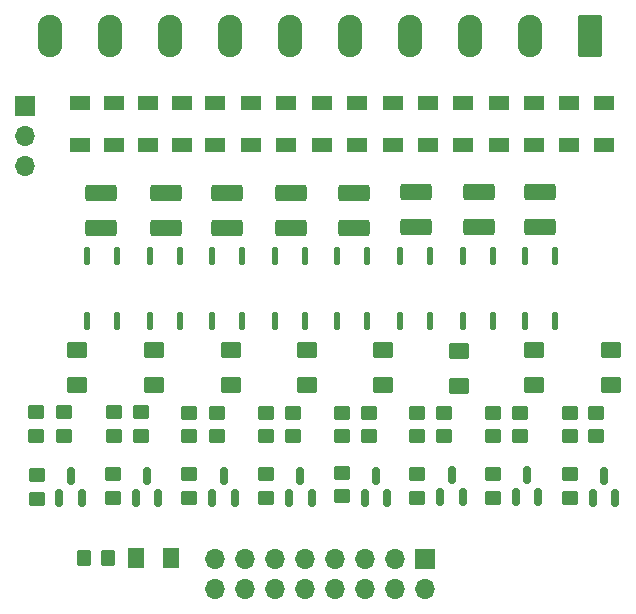
<source format=gbr>
%TF.GenerationSoftware,KiCad,Pcbnew,6.0.11+dfsg-1~bpo11+1*%
%TF.CreationDate,2023-04-06T13:57:54+02:00*%
%TF.ProjectId,dout-8_11,646f7574-2d38-45f3-9131-2e6b69636164,1.1*%
%TF.SameCoordinates,Original*%
%TF.FileFunction,Soldermask,Top*%
%TF.FilePolarity,Negative*%
%FSLAX46Y46*%
G04 Gerber Fmt 4.6, Leading zero omitted, Abs format (unit mm)*
G04 Created by KiCad (PCBNEW 6.0.11+dfsg-1~bpo11+1) date 2023-04-06 13:57:54*
%MOMM*%
%LPD*%
G01*
G04 APERTURE LIST*
G04 Aperture macros list*
%AMRoundRect*
0 Rectangle with rounded corners*
0 $1 Rounding radius*
0 $2 $3 $4 $5 $6 $7 $8 $9 X,Y pos of 4 corners*
0 Add a 4 corners polygon primitive as box body*
4,1,4,$2,$3,$4,$5,$6,$7,$8,$9,$2,$3,0*
0 Add four circle primitives for the rounded corners*
1,1,$1+$1,$2,$3*
1,1,$1+$1,$4,$5*
1,1,$1+$1,$6,$7*
1,1,$1+$1,$8,$9*
0 Add four rect primitives between the rounded corners*
20,1,$1+$1,$2,$3,$4,$5,0*
20,1,$1+$1,$4,$5,$6,$7,0*
20,1,$1+$1,$6,$7,$8,$9,0*
20,1,$1+$1,$8,$9,$2,$3,0*%
G04 Aperture macros list end*
%ADD10RoundRect,0.137500X0.137500X-0.587500X0.137500X0.587500X-0.137500X0.587500X-0.137500X-0.587500X0*%
%ADD11R,1.700000X1.300000*%
%ADD12RoundRect,0.150000X0.150000X-0.587500X0.150000X0.587500X-0.150000X0.587500X-0.150000X-0.587500X0*%
%ADD13RoundRect,0.250001X1.074999X-0.462499X1.074999X0.462499X-1.074999X0.462499X-1.074999X-0.462499X0*%
%ADD14RoundRect,0.250001X-0.624999X0.462499X-0.624999X-0.462499X0.624999X-0.462499X0.624999X0.462499X0*%
%ADD15RoundRect,0.250000X0.450000X-0.350000X0.450000X0.350000X-0.450000X0.350000X-0.450000X-0.350000X0*%
%ADD16R,1.700000X1.700000*%
%ADD17O,1.700000X1.700000*%
%ADD18RoundRect,0.250001X0.462499X0.624999X-0.462499X0.624999X-0.462499X-0.624999X0.462499X-0.624999X0*%
%ADD19RoundRect,0.249999X0.790001X1.550001X-0.790001X1.550001X-0.790001X-1.550001X0.790001X-1.550001X0*%
%ADD20O,2.080000X3.600000*%
%ADD21RoundRect,0.250000X-0.350000X-0.450000X0.350000X-0.450000X0.350000X0.450000X-0.350000X0.450000X0*%
G04 APERTURE END LIST*
D10*
%TO.C,U6*%
X143830000Y-94950000D03*
X146370000Y-94950000D03*
X146370000Y-89450000D03*
X143830000Y-89450000D03*
%TD*%
D11*
%TO.C,D23*%
X132600000Y-80000000D03*
X132600000Y-76500000D03*
%TD*%
D12*
%TO.C,Q4*%
X156750000Y-109900000D03*
X158650000Y-109900000D03*
X157700000Y-108025000D03*
%TD*%
%TO.C,Q7*%
X137350000Y-109900000D03*
X139250000Y-109900000D03*
X138300000Y-108025000D03*
%TD*%
D13*
%TO.C,F8*%
X134400000Y-87075000D03*
X134400000Y-84100000D03*
%TD*%
D14*
%TO.C,D21*%
X132400000Y-97425000D03*
X132400000Y-100400000D03*
%TD*%
D13*
%TO.C,F7*%
X139900000Y-87075000D03*
X139900000Y-84100000D03*
%TD*%
D12*
%TO.C,Q1*%
X176050000Y-109937500D03*
X177950000Y-109937500D03*
X177000000Y-108062500D03*
%TD*%
D15*
%TO.C,R15*%
X141900000Y-109900000D03*
X141900000Y-107900000D03*
%TD*%
D11*
%TO.C,D18*%
X153100000Y-76500000D03*
X153100000Y-80000000D03*
%TD*%
D14*
%TO.C,D4*%
X164700000Y-97500000D03*
X164700000Y-100475000D03*
%TD*%
D15*
%TO.C,R20*%
X135400000Y-109900000D03*
X135400000Y-107900000D03*
%TD*%
%TO.C,R6*%
X174100000Y-104700000D03*
X174100000Y-102700000D03*
%TD*%
%TO.C,R12*%
X161200000Y-104700000D03*
X161200000Y-102700000D03*
%TD*%
D11*
%TO.C,D16*%
X165100000Y-76500000D03*
X165100000Y-80000000D03*
%TD*%
%TO.C,D17*%
X159100000Y-76500000D03*
X159100000Y-80000000D03*
%TD*%
D12*
%TO.C,Q2*%
X169550000Y-109875000D03*
X171450000Y-109875000D03*
X170500000Y-108000000D03*
%TD*%
D11*
%TO.C,D14*%
X177000000Y-76500000D03*
X177000000Y-80000000D03*
%TD*%
%TO.C,D19*%
X147100000Y-76500000D03*
X147100000Y-80000000D03*
%TD*%
%TO.C,D15*%
X171100000Y-76500000D03*
X171100000Y-80000000D03*
%TD*%
D16*
%TO.C,J3*%
X128000000Y-76775000D03*
D17*
X128000000Y-79315000D03*
X128000000Y-81855000D03*
%TD*%
D11*
%TO.C,D11*%
X156100000Y-80000000D03*
X156100000Y-76500000D03*
%TD*%
D13*
%TO.C,F2*%
X166400000Y-87000000D03*
X166400000Y-84025000D03*
%TD*%
D15*
%TO.C,R24*%
X135500000Y-104650000D03*
X135500000Y-102650000D03*
%TD*%
D13*
%TO.C,F3*%
X161100000Y-87000000D03*
X161100000Y-84025000D03*
%TD*%
D12*
%TO.C,Q3*%
X163150000Y-109875000D03*
X165050000Y-109875000D03*
X164100000Y-108000000D03*
%TD*%
D15*
%TO.C,R3*%
X167600000Y-109900000D03*
X167600000Y-107900000D03*
%TD*%
D14*
%TO.C,D2*%
X177600000Y-97425000D03*
X177600000Y-100400000D03*
%TD*%
D13*
%TO.C,F1*%
X171600000Y-86975000D03*
X171600000Y-84000000D03*
%TD*%
D15*
%TO.C,R18*%
X148400000Y-104700000D03*
X148400000Y-102700000D03*
%TD*%
D10*
%TO.C,U5*%
X149130000Y-94950000D03*
X151670000Y-94950000D03*
X151670000Y-89450000D03*
X149130000Y-89450000D03*
%TD*%
D15*
%TO.C,R16*%
X150700000Y-104700000D03*
X150700000Y-102700000D03*
%TD*%
D14*
%TO.C,D7*%
X145400000Y-97412500D03*
X145400000Y-100387500D03*
%TD*%
D15*
%TO.C,R17*%
X144200000Y-104700000D03*
X144200000Y-102700000D03*
%TD*%
D11*
%TO.C,D25*%
X135500000Y-76500000D03*
X135500000Y-80000000D03*
%TD*%
%TO.C,D9*%
X168100000Y-80000000D03*
X168100000Y-76500000D03*
%TD*%
D10*
%TO.C,U7*%
X133230000Y-94950000D03*
X135770000Y-94950000D03*
X135770000Y-89450000D03*
X133230000Y-89450000D03*
%TD*%
D11*
%TO.C,D12*%
X150100000Y-80000000D03*
X150100000Y-76500000D03*
%TD*%
D14*
%TO.C,D3*%
X171100000Y-97425000D03*
X171100000Y-100400000D03*
%TD*%
D16*
%TO.C,J1*%
X161890000Y-115120000D03*
D17*
X161890000Y-117660000D03*
X159350000Y-115120000D03*
X159350000Y-117660000D03*
X156810000Y-115120000D03*
X156810000Y-117660000D03*
X154270000Y-115120000D03*
X154270000Y-117660000D03*
X151730000Y-115120000D03*
X151730000Y-117660000D03*
X149190000Y-115120000D03*
X149190000Y-117660000D03*
X146650000Y-115120000D03*
X146650000Y-117660000D03*
X144110000Y-115120000D03*
X144110000Y-117660000D03*
%TD*%
D10*
%TO.C,U1*%
X170330000Y-94950000D03*
X172870000Y-94950000D03*
X172870000Y-89450000D03*
X170330000Y-89450000D03*
%TD*%
D11*
%TO.C,D10*%
X162100000Y-80000000D03*
X162100000Y-76500000D03*
%TD*%
D13*
%TO.C,F4*%
X155800000Y-87075000D03*
X155800000Y-84100000D03*
%TD*%
D12*
%TO.C,Q8*%
X130900000Y-109900000D03*
X132800000Y-109900000D03*
X131850000Y-108025000D03*
%TD*%
D15*
%TO.C,R25*%
X128900000Y-104650000D03*
X128900000Y-102650000D03*
%TD*%
D11*
%TO.C,D13*%
X144100000Y-80000000D03*
X144100000Y-76500000D03*
%TD*%
D15*
%TO.C,R8*%
X161200000Y-109900000D03*
X161200000Y-107900000D03*
%TD*%
%TO.C,R11*%
X157100000Y-104700000D03*
X157100000Y-102700000D03*
%TD*%
%TO.C,R22*%
X137800000Y-104650000D03*
X137800000Y-102650000D03*
%TD*%
D11*
%TO.C,D22*%
X138400000Y-80000000D03*
X138400000Y-76500000D03*
%TD*%
D10*
%TO.C,U2*%
X165030000Y-94950000D03*
X167570000Y-94950000D03*
X167570000Y-89450000D03*
X165030000Y-89450000D03*
%TD*%
D15*
%TO.C,R5*%
X169900000Y-104700000D03*
X169900000Y-102700000D03*
%TD*%
D13*
%TO.C,F5*%
X150500000Y-87100000D03*
X150500000Y-84125000D03*
%TD*%
D18*
%TO.C,D1*%
X140375000Y-115000000D03*
X137400000Y-115000000D03*
%TD*%
D10*
%TO.C,U8*%
X138530000Y-94950000D03*
X141070000Y-94950000D03*
X141070000Y-89450000D03*
X138530000Y-89450000D03*
%TD*%
D15*
%TO.C,R4*%
X176300000Y-104700000D03*
X176300000Y-102700000D03*
%TD*%
%TO.C,R9*%
X154800000Y-109800000D03*
X154800000Y-107800000D03*
%TD*%
%TO.C,R13*%
X154800000Y-104700000D03*
X154800000Y-102700000D03*
%TD*%
%TO.C,R19*%
X141900000Y-104700000D03*
X141900000Y-102700000D03*
%TD*%
%TO.C,R14*%
X148400000Y-109900000D03*
X148400000Y-107900000D03*
%TD*%
D12*
%TO.C,Q6*%
X143850000Y-109900000D03*
X145750000Y-109900000D03*
X144800000Y-108025000D03*
%TD*%
D19*
%TO.C,J2*%
X175860000Y-70777500D03*
D20*
X170780000Y-70777500D03*
X165700000Y-70777500D03*
X160620000Y-70777500D03*
X155540000Y-70777500D03*
X150460000Y-70777500D03*
X145380000Y-70777500D03*
X140300000Y-70777500D03*
X135220000Y-70777500D03*
X130140000Y-70777500D03*
%TD*%
D13*
%TO.C,F6*%
X145100000Y-87075000D03*
X145100000Y-84100000D03*
%TD*%
D11*
%TO.C,D8*%
X174000000Y-80000000D03*
X174000000Y-76500000D03*
%TD*%
D10*
%TO.C,U3*%
X159730000Y-94950000D03*
X162270000Y-94950000D03*
X162270000Y-89450000D03*
X159730000Y-89450000D03*
%TD*%
D15*
%TO.C,R23*%
X131300000Y-104650000D03*
X131300000Y-102650000D03*
%TD*%
D21*
%TO.C,R1*%
X133000000Y-115000000D03*
X135000000Y-115000000D03*
%TD*%
D15*
%TO.C,R21*%
X129000000Y-110000000D03*
X129000000Y-108000000D03*
%TD*%
D10*
%TO.C,U4*%
X154430000Y-94950000D03*
X156970000Y-94950000D03*
X156970000Y-89450000D03*
X154430000Y-89450000D03*
%TD*%
D12*
%TO.C,Q5*%
X150350000Y-109937500D03*
X152250000Y-109937500D03*
X151300000Y-108062500D03*
%TD*%
D14*
%TO.C,D6*%
X151900000Y-97400000D03*
X151900000Y-100375000D03*
%TD*%
%TO.C,D20*%
X138900000Y-97412500D03*
X138900000Y-100387500D03*
%TD*%
D15*
%TO.C,R10*%
X163500000Y-104700000D03*
X163500000Y-102700000D03*
%TD*%
%TO.C,R2*%
X174100000Y-109900000D03*
X174100000Y-107900000D03*
%TD*%
D14*
%TO.C,D5*%
X158300000Y-97400000D03*
X158300000Y-100375000D03*
%TD*%
D15*
%TO.C,R7*%
X167600000Y-104700000D03*
X167600000Y-102700000D03*
%TD*%
D11*
%TO.C,D24*%
X141300000Y-76500000D03*
X141300000Y-80000000D03*
%TD*%
M02*

</source>
